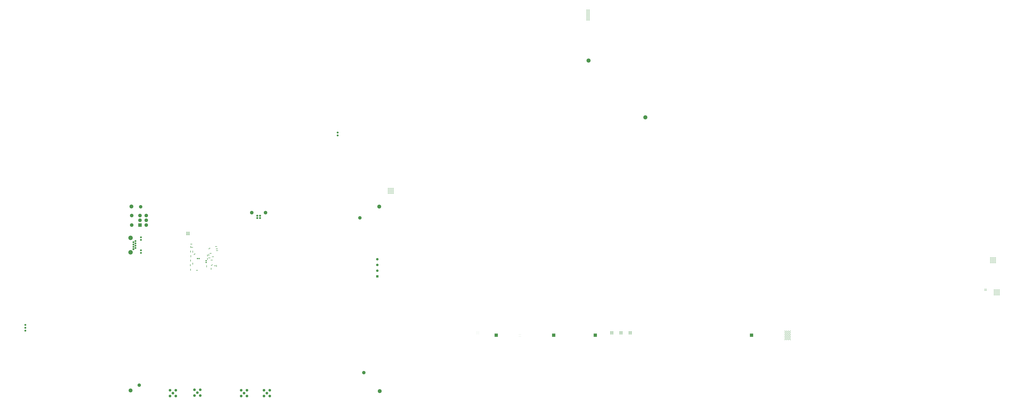
<source format=gbr>
G04*
G04 #@! TF.GenerationSoftware,Altium Limited,Altium Designer,22.11.1 (43)*
G04*
G04 Layer_Color=16711935*
%FSLAX44Y44*%
%MOMM*%
G71*
G04*
G04 #@! TF.SameCoordinates,685F9FB9-B41E-4883-9AF5-229453B53175*
G04*
G04*
G04 #@! TF.FilePolarity,Negative*
G04*
G01*
G75*
G04:AMPARAMS|DCode=163|XSize=0.6096mm|YSize=0.6096mm|CornerRadius=0.2032mm|HoleSize=0mm|Usage=FLASHONLY|Rotation=180.000|XOffset=0mm|YOffset=0mm|HoleType=Round|Shape=RoundedRectangle|*
%AMROUNDEDRECTD163*
21,1,0.6096,0.2032,0,0,180.0*
21,1,0.2032,0.6096,0,0,180.0*
1,1,0.4064,-0.1016,0.1016*
1,1,0.4064,0.1016,0.1016*
1,1,0.4064,0.1016,-0.1016*
1,1,0.4064,-0.1016,-0.1016*
%
%ADD163ROUNDEDRECTD163*%
G04:AMPARAMS|DCode=166|XSize=0.9906mm|YSize=0.9652mm|CornerRadius=0.2019mm|HoleSize=0mm|Usage=FLASHONLY|Rotation=180.000|XOffset=0mm|YOffset=0mm|HoleType=Round|Shape=RoundedRectangle|*
%AMROUNDEDRECTD166*
21,1,0.9906,0.5613,0,0,180.0*
21,1,0.5867,0.9652,0,0,180.0*
1,1,0.4039,-0.2934,0.2807*
1,1,0.4039,0.2934,0.2807*
1,1,0.4039,0.2934,-0.2807*
1,1,0.4039,-0.2934,-0.2807*
%
%ADD166ROUNDEDRECTD166*%
G04:AMPARAMS|DCode=178|XSize=0.9906mm|YSize=0.9652mm|CornerRadius=0.2019mm|HoleSize=0mm|Usage=FLASHONLY|Rotation=90.000|XOffset=0mm|YOffset=0mm|HoleType=Round|Shape=RoundedRectangle|*
%AMROUNDEDRECTD178*
21,1,0.9906,0.5613,0,0,90.0*
21,1,0.5867,0.9652,0,0,90.0*
1,1,0.4039,0.2807,0.2934*
1,1,0.4039,0.2807,-0.2934*
1,1,0.4039,-0.2807,-0.2934*
1,1,0.4039,-0.2807,0.2934*
%
%ADD178ROUNDEDRECTD178*%
%ADD189C,3.0000*%
%ADD226R,2.9400X2.9400*%
%ADD239C,3.4420*%
%ADD240C,0.7016*%
%ADD241C,3.9116*%
G04:AMPARAMS|DCode=242|XSize=1.6256mm|YSize=1.6256mm|CornerRadius=0mm|HoleSize=0mm|Usage=FLASHONLY|Rotation=270.000|XOffset=0mm|YOffset=0mm|HoleType=Round|Shape=Octagon|*
%AMOCTAGOND242*
4,1,8,-0.4064,-0.8128,0.4064,-0.8128,0.8128,-0.4064,0.8128,0.4064,0.4064,0.8128,-0.4064,0.8128,-0.8128,0.4064,-0.8128,-0.4064,-0.4064,-0.8128,0.0*
%
%ADD242OCTAGOND242*%

%ADD243C,1.6256*%
%ADD244C,2.1450*%
%ADD245R,2.1450X2.1450*%
%ADD246C,3.6016*%
%ADD247C,1.6764*%
%ADD248C,3.1400*%
%ADD249C,1.7400*%
%ADD250C,2.3016*%
%ADD251R,3.1400X3.1400*%
%ADD252C,3.1372*%
%ADD253C,0.6016*%
%ADD254C,0.6096*%
%ADD255C,0.6604*%
%ADD256C,0.3000*%
G04:AMPARAMS|DCode=257|XSize=0.6096mm|YSize=0.6096mm|CornerRadius=0.2032mm|HoleSize=0mm|Usage=FLASHONLY|Rotation=135.000|XOffset=0mm|YOffset=0mm|HoleType=Round|Shape=RoundedRectangle|*
%AMROUNDEDRECTD257*
21,1,0.6096,0.2032,0,0,135.0*
21,1,0.2032,0.6096,0,0,135.0*
1,1,0.4064,0.0000,0.1437*
1,1,0.4064,0.1437,0.0000*
1,1,0.4064,0.0000,-0.1437*
1,1,0.4064,-0.1437,0.0000*
%
%ADD257ROUNDEDRECTD257*%
G04:AMPARAMS|DCode=258|XSize=0.6096mm|YSize=0.6096mm|CornerRadius=0.2032mm|HoleSize=0mm|Usage=FLASHONLY|Rotation=90.000|XOffset=0mm|YOffset=0mm|HoleType=Round|Shape=RoundedRectangle|*
%AMROUNDEDRECTD258*
21,1,0.6096,0.2032,0,0,90.0*
21,1,0.2032,0.6096,0,0,90.0*
1,1,0.4064,0.1016,0.1016*
1,1,0.4064,0.1016,-0.1016*
1,1,0.4064,-0.1016,-0.1016*
1,1,0.4064,-0.1016,0.1016*
%
%ADD258ROUNDEDRECTD258*%
D163*
X686749Y1162145D02*
D03*
Y1171035D02*
D03*
X599000Y1158555D02*
D03*
Y1167445D02*
D03*
X639000Y1136955D02*
D03*
Y1145845D02*
D03*
X458000Y1128555D02*
D03*
Y1137445D02*
D03*
X477000Y1182000D02*
D03*
Y1190890D02*
D03*
X456000Y1168555D02*
D03*
Y1177445D02*
D03*
X458000Y1209000D02*
D03*
Y1217890D02*
D03*
X459955Y1247555D02*
D03*
Y1256445D02*
D03*
X477000Y1296445D02*
D03*
Y1287555D02*
D03*
X458000Y1288555D02*
D03*
Y1297445D02*
D03*
X619000Y1258493D02*
D03*
Y1267383D02*
D03*
X606851Y1254048D02*
D03*
Y1262938D02*
D03*
X607000Y1232952D02*
D03*
Y1224062D02*
D03*
X459094Y1329475D02*
D03*
Y1338365D02*
D03*
D166*
X518507Y1231000D02*
D03*
X533493D02*
D03*
D178*
X595056Y1212245D02*
D03*
Y1197260D02*
D03*
D189*
X1947418Y1589532D02*
D03*
X1981708Y227838D02*
D03*
X6350Y117602D02*
D03*
X19558Y1686814D02*
D03*
D226*
X5391540Y557660D02*
D03*
X4017400D02*
D03*
X3651640D02*
D03*
X3146180D02*
D03*
D239*
X-69850Y71628D02*
D03*
X2121154Y65024D02*
D03*
X2116836Y1688592D02*
D03*
X-62213Y1689432D02*
D03*
D240*
X445687Y1462339D02*
D03*
X445687Y1451639D02*
D03*
Y1440939D02*
D03*
X434987Y1462339D02*
D03*
Y1451639D02*
D03*
Y1440939D02*
D03*
X424287Y1462339D02*
D03*
X424287Y1451639D02*
D03*
X424287Y1440939D02*
D03*
D241*
X-69850Y1286002D02*
D03*
Y1413002D02*
D03*
D242*
X-44450Y1313942D02*
D03*
D243*
Y1334262D02*
D03*
Y1354582D02*
D03*
Y1374902D02*
D03*
X-26670Y1324102D02*
D03*
Y1344422D02*
D03*
Y1364742D02*
D03*
Y1385062D02*
D03*
X21590Y1280922D02*
D03*
Y1395222D02*
D03*
Y1418082D02*
D03*
Y1303782D02*
D03*
D244*
X2100000Y1225000D02*
D03*
Y1175000D02*
D03*
Y1125000D02*
D03*
D245*
Y1075000D02*
D03*
D246*
X4457580Y2473300D02*
D03*
X3957580Y2973300D02*
D03*
D247*
X1751400Y2339760D02*
D03*
Y2314360D02*
D03*
X-995000Y597200D02*
D03*
Y622600D02*
D03*
Y648000D02*
D03*
D248*
X996640Y1634754D02*
D03*
X1117040Y1634754D02*
D03*
X13208Y1567942D02*
D03*
Y1609942D02*
D03*
X68208Y1525942D02*
D03*
Y1567942D02*
D03*
Y1609942D02*
D03*
D249*
X1069340Y1607754D02*
D03*
X1044340D02*
D03*
X1069340Y1587754D02*
D03*
X1044340D02*
D03*
D250*
X902800Y73280D02*
D03*
Y22480D02*
D03*
X953600D02*
D03*
Y73280D02*
D03*
X928200Y47880D02*
D03*
X1103600Y73280D02*
D03*
Y22480D02*
D03*
X1154400D02*
D03*
Y73280D02*
D03*
X1129000Y47880D02*
D03*
X492220Y77090D02*
D03*
Y26290D02*
D03*
X543020D02*
D03*
Y77090D02*
D03*
X517620Y51690D02*
D03*
X277800Y73280D02*
D03*
Y22480D02*
D03*
X328600D02*
D03*
Y73280D02*
D03*
X303200Y47880D02*
D03*
D251*
X13208Y1525942D02*
D03*
D252*
X-59792Y1609942D02*
D03*
Y1525942D02*
D03*
D253*
X3964580Y3329540D02*
D03*
X3953580D02*
D03*
X3942580D02*
D03*
X3964580Y3340540D02*
D03*
X3953580D02*
D03*
X3942580D02*
D03*
X3964580Y3351540D02*
D03*
X3953580D02*
D03*
X3942580D02*
D03*
X3964580Y3362540D02*
D03*
X3953580D02*
D03*
X3942580D02*
D03*
X3964580Y3373540D02*
D03*
X3953580D02*
D03*
X3942580D02*
D03*
X3964580Y3384540D02*
D03*
X3953580D02*
D03*
X3942580D02*
D03*
X3964580Y3395540D02*
D03*
X3953580D02*
D03*
X3942580D02*
D03*
X3964580Y3406540D02*
D03*
X3953580D02*
D03*
X3942580D02*
D03*
X3964580Y3417540D02*
D03*
X3953580D02*
D03*
X3942580D02*
D03*
X2196760Y1848680D02*
D03*
X2207760D02*
D03*
X2218760D02*
D03*
X2229760D02*
D03*
X2240760D02*
D03*
X2196760Y1837680D02*
D03*
X2207760D02*
D03*
X2218760D02*
D03*
X2229760D02*
D03*
X2240760D02*
D03*
X2196760Y1826680D02*
D03*
X2207760D02*
D03*
X2218760D02*
D03*
X2229760D02*
D03*
X2240760D02*
D03*
X2196760Y1815680D02*
D03*
X2207760D02*
D03*
X2218760D02*
D03*
X2229760D02*
D03*
X2240760D02*
D03*
X2196760Y1804680D02*
D03*
X2207760D02*
D03*
X2218760D02*
D03*
X2229760D02*
D03*
X2240760D02*
D03*
X7492660Y1239080D02*
D03*
X7503660D02*
D03*
X7514660D02*
D03*
X7525660D02*
D03*
X7536660D02*
D03*
X7492660Y1228080D02*
D03*
X7503660D02*
D03*
X7514660D02*
D03*
X7525660D02*
D03*
X7536660D02*
D03*
X7492660Y1217080D02*
D03*
X7503660D02*
D03*
X7514660D02*
D03*
X7525660D02*
D03*
X7536660D02*
D03*
X7492660Y1206080D02*
D03*
X7503660D02*
D03*
X7514660D02*
D03*
X7525660D02*
D03*
X7536660D02*
D03*
X7492660Y1195080D02*
D03*
X7503660D02*
D03*
X7514660D02*
D03*
X7525660D02*
D03*
X7536660D02*
D03*
X7569860Y911800D02*
D03*
X7558860D02*
D03*
X7547860D02*
D03*
X7536860D02*
D03*
X7525860D02*
D03*
X7569860Y922800D02*
D03*
X7558860D02*
D03*
X7547860D02*
D03*
X7536860D02*
D03*
X7525860D02*
D03*
X7569860Y933800D02*
D03*
X7558860D02*
D03*
X7547860D02*
D03*
X7536860D02*
D03*
X7525860D02*
D03*
X7569860Y944800D02*
D03*
X7558860D02*
D03*
X7547860D02*
D03*
X7536860D02*
D03*
X7525860D02*
D03*
X7569860Y955800D02*
D03*
X7558860D02*
D03*
X7547860D02*
D03*
X7536860D02*
D03*
X7525860D02*
D03*
X7443300Y962160D02*
D03*
X7454300D02*
D03*
X7443300Y951160D02*
D03*
X7454300D02*
D03*
X5402560Y554010D02*
D03*
Y561310D02*
D03*
Y568660D02*
D03*
X5387906Y546656D02*
D03*
X5395206D02*
D03*
X5402557D02*
D03*
X5380540Y554010D02*
D03*
Y546660D02*
D03*
Y561310D02*
D03*
Y568660D02*
D03*
X5387910D02*
D03*
X5395210D02*
D03*
X4028420Y554010D02*
D03*
Y561310D02*
D03*
Y568660D02*
D03*
X4013766Y546656D02*
D03*
X4021067D02*
D03*
X4028416D02*
D03*
X4006400Y554010D02*
D03*
Y546660D02*
D03*
Y561310D02*
D03*
Y568660D02*
D03*
X4013770D02*
D03*
X4021070D02*
D03*
X3662660Y554010D02*
D03*
Y561310D02*
D03*
Y568660D02*
D03*
X3648007Y546656D02*
D03*
X3655306D02*
D03*
X3662657D02*
D03*
X3640640Y554010D02*
D03*
Y546660D02*
D03*
Y561310D02*
D03*
Y568660D02*
D03*
X3648010D02*
D03*
X3655310D02*
D03*
X3157200Y554010D02*
D03*
Y561310D02*
D03*
Y568660D02*
D03*
X3142546Y546656D02*
D03*
X3149846D02*
D03*
X3157196D02*
D03*
X3135180Y554010D02*
D03*
Y546660D02*
D03*
Y561310D02*
D03*
Y568660D02*
D03*
X3142550D02*
D03*
X3149850D02*
D03*
D254*
X5686040Y593440D02*
D03*
X5701280D02*
D03*
X5716520D02*
D03*
X5731760D02*
D03*
X5724140Y585820D02*
D03*
X5693660D02*
D03*
X5731760Y578200D02*
D03*
X5716520D02*
D03*
X5701280D02*
D03*
X5686040D02*
D03*
X5724140Y570580D02*
D03*
X5693660D02*
D03*
X5731760Y562960D02*
D03*
X5716520D02*
D03*
X5701280D02*
D03*
X5686040D02*
D03*
X5724140Y555340D02*
D03*
X5693660D02*
D03*
X5731760Y547720D02*
D03*
X5716520D02*
D03*
X5701280D02*
D03*
X5686040D02*
D03*
X5724140Y540100D02*
D03*
X5708900D02*
D03*
X5693660D02*
D03*
X5731760Y532480D02*
D03*
X5716520D02*
D03*
X5701280D02*
D03*
X5724140Y524860D02*
D03*
X5708900D02*
D03*
X5731760Y517240D02*
D03*
X5716520D02*
D03*
X5701280D02*
D03*
X5686040D02*
D03*
Y532480D02*
D03*
X5693660Y524860D02*
D03*
X5708900Y585820D02*
D03*
Y570580D02*
D03*
Y555340D02*
D03*
D255*
X4334600Y588200D02*
D03*
X4324600D02*
D03*
X4314600D02*
D03*
Y578200D02*
D03*
X4324600D02*
D03*
X4334600D02*
D03*
Y568200D02*
D03*
X4324600D02*
D03*
X4314600D02*
D03*
X4253320Y588200D02*
D03*
X4243320D02*
D03*
X4233320D02*
D03*
Y578200D02*
D03*
X4243320D02*
D03*
X4253320D02*
D03*
Y568200D02*
D03*
X4243320D02*
D03*
X4233320D02*
D03*
X4172040Y588200D02*
D03*
X4162040D02*
D03*
X4152040D02*
D03*
Y578200D02*
D03*
X4162040D02*
D03*
X4172040D02*
D03*
Y568200D02*
D03*
X4162040D02*
D03*
X4152040D02*
D03*
D256*
X3346540Y547080D02*
D03*
X3354340D02*
D03*
X3362140D02*
D03*
Y564280D02*
D03*
X3354340D02*
D03*
X3346540D02*
D03*
X2993481Y578201D02*
D03*
Y588201D02*
D03*
X2983481Y578201D02*
D03*
X2973481D02*
D03*
Y568201D02*
D03*
Y588201D02*
D03*
X2983481D02*
D03*
Y568201D02*
D03*
X2993481D02*
D03*
D257*
X647883Y1176543D02*
D03*
X641597Y1170257D02*
D03*
X626743Y1323143D02*
D03*
X620457Y1316857D02*
D03*
X489857Y1266857D02*
D03*
X496143Y1273143D02*
D03*
D258*
X677445Y1167445D02*
D03*
X668555D02*
D03*
X686365Y1301255D02*
D03*
X695255D02*
D03*
X678110Y1337000D02*
D03*
X687000D02*
D03*
X693444Y1316857D02*
D03*
X684554D02*
D03*
X638490Y1277000D02*
D03*
X629600D02*
D03*
X658845Y1247555D02*
D03*
X649955D02*
D03*
X647890Y1217400D02*
D03*
X639000D02*
D03*
X510110Y1127920D02*
D03*
X519000D02*
D03*
X627890Y1237400D02*
D03*
X619000D02*
D03*
X459955Y1358000D02*
D03*
X468845D02*
D03*
X466555Y1329475D02*
D03*
X475445D02*
D03*
M02*

</source>
